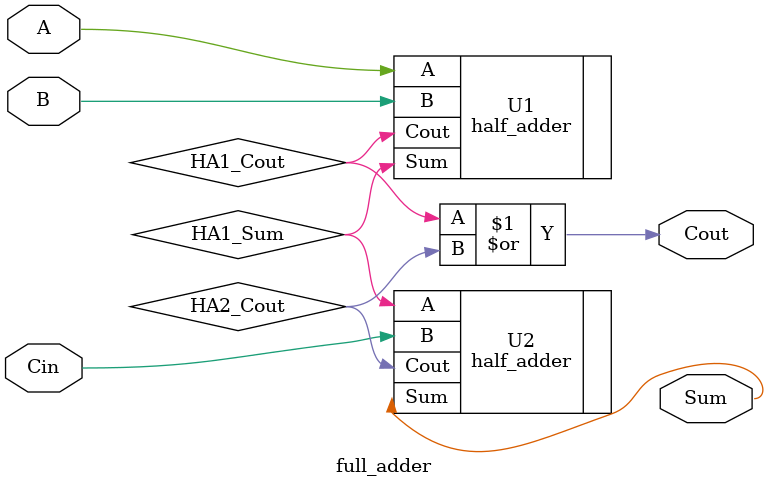
<source format=v>
`timescale 1ns/1ps
module full_adder(output wire Sum, Cout, input wire A, B, Cin);
    /* this whole things works without any delays on the second
    * call of half_adder (U2) since the half_adder itself uses gate-level
    * primitives which in themselves are just circuits. So here
    * you simply connect these two circuits with their wires and get a bigger
    * circuit which is again synthesizable since it is made from all
    * gate-level primitives.
    */
    wire HA1_Sum, HA1_Cout, HA2_Cout;
    half_adder U1 (.Sum(HA1_Sum), .Cout(HA1_Cout), .A(A), .B(B));
    half_adder U2 (.Sum(Sum), .Cout(HA2_Cout), .A(HA1_Sum), .B(Cin));

    // this needs to be delayed since everything is concurrent
    or U3 (Cout, HA1_Cout, HA2_Cout);
endmodule

/*
A B C | s c
0 0 0 | 0 0
0 0 1 | 1 0
0 1 0 | 1 0
0 1 1 | 0 1
1 0 0 | 1 0
1 0 1 | 0 1
1 1 0 | 0 1
1 1 1 | 1 1
*/

</source>
